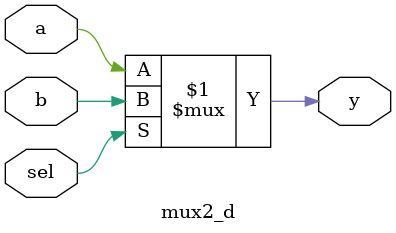
<source format=v>
module mux2_d (
  input  wire a,
  input  wire b,
  input  wire sel,
  output wire y
);
  assign y = sel ? b : a;
endmodule


</source>
